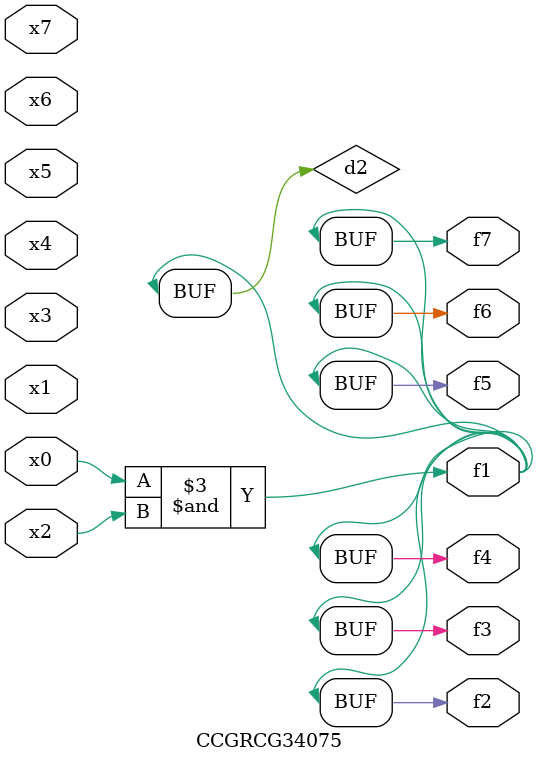
<source format=v>
module CCGRCG34075(
	input x0, x1, x2, x3, x4, x5, x6, x7,
	output f1, f2, f3, f4, f5, f6, f7
);

	wire d1, d2;

	nor (d1, x3, x6);
	and (d2, x0, x2);
	assign f1 = d2;
	assign f2 = d2;
	assign f3 = d2;
	assign f4 = d2;
	assign f5 = d2;
	assign f6 = d2;
	assign f7 = d2;
endmodule

</source>
